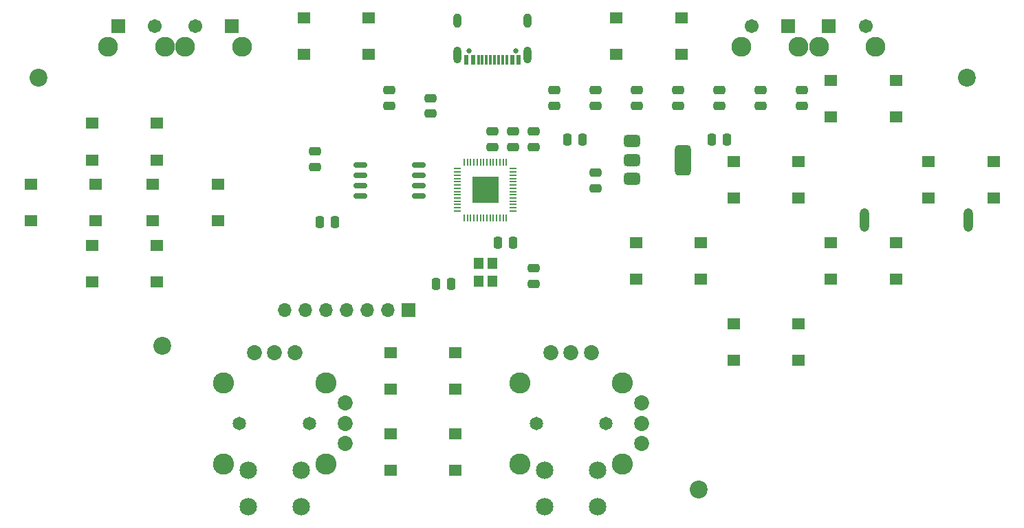
<source format=gbr>
%TF.GenerationSoftware,KiCad,Pcbnew,9.0.0-9.0.0-2~ubuntu24.04.1*%
%TF.CreationDate,2025-03-25T15:14:42+01:00*%
%TF.ProjectId,omnicontroller,6f6d6e69-636f-46e7-9472-6f6c6c65722e,rev?*%
%TF.SameCoordinates,Original*%
%TF.FileFunction,Soldermask,Top*%
%TF.FilePolarity,Negative*%
%FSLAX46Y46*%
G04 Gerber Fmt 4.6, Leading zero omitted, Abs format (unit mm)*
G04 Created by KiCad (PCBNEW 9.0.0-9.0.0-2~ubuntu24.04.1) date 2025-03-25 15:14:42*
%MOMM*%
%LPD*%
G01*
G04 APERTURE LIST*
G04 Aperture macros list*
%AMRoundRect*
0 Rectangle with rounded corners*
0 $1 Rounding radius*
0 $2 $3 $4 $5 $6 $7 $8 $9 X,Y pos of 4 corners*
0 Add a 4 corners polygon primitive as box body*
4,1,4,$2,$3,$4,$5,$6,$7,$8,$9,$2,$3,0*
0 Add four circle primitives for the rounded corners*
1,1,$1+$1,$2,$3*
1,1,$1+$1,$4,$5*
1,1,$1+$1,$6,$7*
1,1,$1+$1,$8,$9*
0 Add four rect primitives between the rounded corners*
20,1,$1+$1,$2,$3,$4,$5,0*
20,1,$1+$1,$4,$5,$6,$7,0*
20,1,$1+$1,$6,$7,$8,$9,0*
20,1,$1+$1,$8,$9,$2,$3,0*%
G04 Aperture macros list end*
%ADD10RoundRect,0.250000X0.475000X-0.250000X0.475000X0.250000X-0.475000X0.250000X-0.475000X-0.250000X0*%
%ADD11R,1.200000X1.400000*%
%ADD12R,1.600000X1.400000*%
%ADD13C,0.650000*%
%ADD14R,0.600000X1.240000*%
%ADD15R,0.300000X1.240000*%
%ADD16O,1.000000X2.100000*%
%ADD17O,1.000000X1.800000*%
%ADD18RoundRect,0.250000X-0.475000X0.250000X-0.475000X-0.250000X0.475000X-0.250000X0.475000X0.250000X0*%
%ADD19RoundRect,0.250000X-0.250000X-0.475000X0.250000X-0.475000X0.250000X0.475000X-0.250000X0.475000X0*%
%ADD20C,2.200000*%
%ADD21RoundRect,0.102000X0.754000X0.754000X-0.754000X0.754000X-0.754000X-0.754000X0.754000X-0.754000X0*%
%ADD22C,1.712000*%
%ADD23C,2.454000*%
%ADD24RoundRect,0.162500X-0.650000X-0.162500X0.650000X-0.162500X0.650000X0.162500X-0.650000X0.162500X0*%
%ADD25RoundRect,0.050000X-0.387500X-0.050000X0.387500X-0.050000X0.387500X0.050000X-0.387500X0.050000X0*%
%ADD26RoundRect,0.050000X-0.050000X-0.387500X0.050000X-0.387500X0.050000X0.387500X-0.050000X0.387500X0*%
%ADD27R,3.200000X3.200000*%
%ADD28RoundRect,0.250000X0.250000X0.475000X-0.250000X0.475000X-0.250000X-0.475000X0.250000X-0.475000X0*%
%ADD29C,1.650000*%
%ADD30C,1.854000*%
%ADD31C,2.604000*%
%ADD32C,2.154000*%
%ADD33RoundRect,0.375000X-0.625000X-0.375000X0.625000X-0.375000X0.625000X0.375000X-0.625000X0.375000X0*%
%ADD34RoundRect,0.500000X-0.500000X-1.400000X0.500000X-1.400000X0.500000X1.400000X-0.500000X1.400000X0*%
%ADD35R,1.700000X1.700000*%
%ADD36O,1.700000X1.700000*%
%ADD37RoundRect,0.102000X-0.754000X-0.754000X0.754000X-0.754000X0.754000X0.754000X-0.754000X0.754000X0*%
%ADD38O,1.200000X2.900000*%
G04 APERTURE END LIST*
D10*
%TO.C,C8*%
X149860000Y-59370000D03*
X149860000Y-57470000D03*
%TD*%
%TO.C,C6*%
X139700000Y-59370000D03*
X139700000Y-57470000D03*
%TD*%
D11*
%TO.C,Y1*%
X115140000Y-78740000D03*
X115140000Y-80940000D03*
X116840000Y-80940000D03*
X116840000Y-78740000D03*
%TD*%
D12*
%TO.C,LEFT1*%
X60000000Y-69050000D03*
X68000000Y-69050000D03*
X60000000Y-73550000D03*
X68000000Y-73550000D03*
%TD*%
D10*
%TO.C,C1*%
X129540000Y-69530000D03*
X129540000Y-67630000D03*
%TD*%
D12*
%TO.C,A1*%
X146500000Y-86250000D03*
X154500000Y-86250000D03*
X146500000Y-90750000D03*
X154500000Y-90750000D03*
%TD*%
D13*
%TO.C,J1*%
X119730000Y-52605000D03*
X113950000Y-52605000D03*
D14*
X120040000Y-53725000D03*
X119240000Y-53725000D03*
D15*
X118090000Y-53725000D03*
X117090000Y-53725000D03*
X116590000Y-53725000D03*
X115590000Y-53725000D03*
D14*
X114440000Y-53725000D03*
X113640000Y-53725000D03*
X113640000Y-53725000D03*
X114440000Y-53725000D03*
D15*
X115090000Y-53725000D03*
X116090000Y-53725000D03*
X117590000Y-53725000D03*
X118590000Y-53725000D03*
D14*
X119240000Y-53725000D03*
X120040000Y-53725000D03*
D16*
X121160000Y-53125000D03*
D17*
X121160000Y-48925000D03*
D16*
X112520000Y-53125000D03*
D17*
X112520000Y-48925000D03*
%TD*%
D18*
%TO.C,R1*%
X116840000Y-62550000D03*
X116840000Y-64450000D03*
%TD*%
D12*
%TO.C,Credit1*%
X93600000Y-48550000D03*
X101600000Y-48550000D03*
X93600000Y-53050000D03*
X101600000Y-53050000D03*
%TD*%
%TO.C,B1*%
X158500000Y-76250000D03*
X166500000Y-76250000D03*
X158500000Y-80750000D03*
X166500000Y-80750000D03*
%TD*%
%TO.C,SEL1*%
X104250000Y-89750000D03*
X112250000Y-89750000D03*
X104250000Y-94250000D03*
X112250000Y-94250000D03*
%TD*%
D19*
%TO.C,C10*%
X126050000Y-63500000D03*
X127950000Y-63500000D03*
%TD*%
D20*
%TO.C,REF\u002A\u002A*%
X175260000Y-55880000D03*
%TD*%
D12*
%TO.C,X1*%
X134500000Y-76250000D03*
X142500000Y-76250000D03*
X134500000Y-80750000D03*
X142500000Y-80750000D03*
%TD*%
D10*
%TO.C,C13*%
X109220000Y-60320000D03*
X109220000Y-58420000D03*
%TD*%
D21*
%TO.C,bR1*%
X153250000Y-49600000D03*
D22*
X148750000Y-49600000D03*
D23*
X154500000Y-52100000D03*
X147500000Y-52100000D03*
%TD*%
D24*
%TO.C,U3*%
X100552500Y-66675000D03*
X100552500Y-67945000D03*
X100552500Y-69215000D03*
X100552500Y-70485000D03*
X107727500Y-70485000D03*
X107727500Y-69215000D03*
X107727500Y-67945000D03*
X107727500Y-66675000D03*
%TD*%
D20*
%TO.C,REF\u002A\u002A*%
X60960000Y-55880000D03*
%TD*%
D12*
%TO.C,RIGHT1*%
X75000000Y-69050000D03*
X83000000Y-69050000D03*
X75000000Y-73550000D03*
X83000000Y-73550000D03*
%TD*%
D25*
%TO.C,U1*%
X112505000Y-67135000D03*
X112505000Y-67535000D03*
X112505000Y-67935000D03*
X112505000Y-68335000D03*
X112505000Y-68735000D03*
X112505000Y-69135000D03*
X112505000Y-69535000D03*
X112505000Y-69935000D03*
X112505000Y-70335000D03*
X112505000Y-70735000D03*
X112505000Y-71135000D03*
X112505000Y-71535000D03*
X112505000Y-71935000D03*
X112505000Y-72335000D03*
D26*
X113342500Y-73172500D03*
X113742500Y-73172500D03*
X114142500Y-73172500D03*
X114542500Y-73172500D03*
X114942500Y-73172500D03*
X115342500Y-73172500D03*
X115742500Y-73172500D03*
X116142500Y-73172500D03*
X116542500Y-73172500D03*
X116942500Y-73172500D03*
X117342500Y-73172500D03*
X117742500Y-73172500D03*
X118142500Y-73172500D03*
X118542500Y-73172500D03*
D25*
X119380000Y-72335000D03*
X119380000Y-71935000D03*
X119380000Y-71535000D03*
X119380000Y-71135000D03*
X119380000Y-70735000D03*
X119380000Y-70335000D03*
X119380000Y-69935000D03*
X119380000Y-69535000D03*
X119380000Y-69135000D03*
X119380000Y-68735000D03*
X119380000Y-68335000D03*
X119380000Y-67935000D03*
X119380000Y-67535000D03*
X119380000Y-67135000D03*
D26*
X118542500Y-66297500D03*
X118142500Y-66297500D03*
X117742500Y-66297500D03*
X117342500Y-66297500D03*
X116942500Y-66297500D03*
X116542500Y-66297500D03*
X116142500Y-66297500D03*
X115742500Y-66297500D03*
X115342500Y-66297500D03*
X114942500Y-66297500D03*
X114542500Y-66297500D03*
X114142500Y-66297500D03*
X113742500Y-66297500D03*
X113342500Y-66297500D03*
D27*
X115942500Y-69735000D03*
%TD*%
D10*
%TO.C,C5*%
X134620000Y-59370000D03*
X134620000Y-57470000D03*
%TD*%
%TO.C,C7*%
X144780000Y-59370000D03*
X144780000Y-57470000D03*
%TD*%
D12*
%TO.C,DOWN1*%
X67500000Y-76550000D03*
X75500000Y-76550000D03*
X67500000Y-81050000D03*
X75500000Y-81050000D03*
%TD*%
D28*
%TO.C,C14*%
X97470000Y-73660000D03*
X95570000Y-73660000D03*
%TD*%
D10*
%TO.C,C4*%
X129540000Y-59370000D03*
X129540000Y-57470000D03*
%TD*%
%TO.C,C16*%
X121920000Y-81280000D03*
X121920000Y-79380000D03*
%TD*%
D12*
%TO.C,Y2*%
X146500000Y-66250000D03*
X154500000Y-66250000D03*
X146500000Y-70750000D03*
X154500000Y-70750000D03*
%TD*%
D29*
%TO.C,RightStick1*%
X122200000Y-98500000D03*
X130800000Y-98500000D03*
D30*
X124000000Y-89770000D03*
X126500000Y-89770000D03*
X129000000Y-89770000D03*
D31*
X120175000Y-93500000D03*
X132825000Y-93500000D03*
X132825000Y-103500000D03*
X120175000Y-103500000D03*
D32*
X123250000Y-104250000D03*
X129750000Y-104250000D03*
X123250000Y-108750000D03*
X129750000Y-108750000D03*
D30*
X135230000Y-96000000D03*
X135230000Y-98500000D03*
X135230000Y-101000000D03*
%TD*%
D18*
%TO.C,R2*%
X119380000Y-62550000D03*
X119380000Y-64450000D03*
%TD*%
D10*
%TO.C,C9*%
X154940000Y-59370000D03*
X154940000Y-57470000D03*
%TD*%
%TO.C,C3*%
X124460000Y-59370000D03*
X124460000Y-57470000D03*
%TD*%
D12*
%TO.C,START1*%
X104250000Y-99750000D03*
X112250000Y-99750000D03*
X104250000Y-104250000D03*
X112250000Y-104250000D03*
%TD*%
D33*
%TO.C,U2*%
X134010000Y-63740000D03*
X134010000Y-66040000D03*
D34*
X140310000Y-66040000D03*
D33*
X134010000Y-68340000D03*
%TD*%
D28*
%TO.C,R4*%
X119380000Y-76200000D03*
X117480000Y-76200000D03*
%TD*%
D12*
%TO.C,UP1*%
X67500000Y-61550000D03*
X75500000Y-61550000D03*
X67500000Y-66050000D03*
X75500000Y-66050000D03*
%TD*%
%TO.C,Menu1*%
X132080000Y-48550000D03*
X140080000Y-48550000D03*
X132080000Y-53050000D03*
X140080000Y-53050000D03*
%TD*%
D10*
%TO.C,C12*%
X104140000Y-59370000D03*
X104140000Y-57470000D03*
%TD*%
D28*
%TO.C,C2*%
X145730000Y-63500000D03*
X143830000Y-63500000D03*
%TD*%
D29*
%TO.C,LeftStick1*%
X85700000Y-98500000D03*
X94300000Y-98500000D03*
D30*
X87500000Y-89770000D03*
X90000000Y-89770000D03*
X92500000Y-89770000D03*
D31*
X83675000Y-93500000D03*
X96325000Y-93500000D03*
X96325000Y-103500000D03*
X83675000Y-103500000D03*
D32*
X86750000Y-104250000D03*
X93250000Y-104250000D03*
X86750000Y-108750000D03*
X93250000Y-108750000D03*
D30*
X98730000Y-96000000D03*
X98730000Y-98500000D03*
X98730000Y-101000000D03*
%TD*%
D21*
%TO.C,bL1*%
X84750000Y-49600000D03*
D22*
X80250000Y-49600000D03*
D23*
X86000000Y-52100000D03*
X79000000Y-52100000D03*
%TD*%
D12*
%TO.C,bC1*%
X170500000Y-66250000D03*
X178500000Y-66250000D03*
X170500000Y-70750000D03*
X178500000Y-70750000D03*
%TD*%
D10*
%TO.C,C11*%
X121920000Y-64450000D03*
X121920000Y-62550000D03*
%TD*%
D19*
%TO.C,C15*%
X109860000Y-81280000D03*
X111760000Y-81280000D03*
%TD*%
D20*
%TO.C,REF\u002A\u002A*%
X142240000Y-106600000D03*
%TD*%
D18*
%TO.C,R3*%
X95000000Y-65000000D03*
X95000000Y-66900000D03*
%TD*%
D20*
%TO.C,REF\u002A\u002A*%
X76200000Y-88900000D03*
%TD*%
D12*
%TO.C,Z1*%
X158500000Y-56250000D03*
X166500000Y-56250000D03*
X158500000Y-60750000D03*
X166500000Y-60750000D03*
%TD*%
D35*
%TO.C,J3*%
X106500000Y-84500000D03*
D36*
X103960000Y-84500000D03*
X101420000Y-84500000D03*
X98880000Y-84500000D03*
X96340000Y-84500000D03*
X93800000Y-84500000D03*
X91260000Y-84500000D03*
%TD*%
D37*
%TO.C,bR2*%
X158250000Y-49600000D03*
D22*
X162750000Y-49600000D03*
D23*
X157000000Y-52100000D03*
X164000000Y-52100000D03*
%TD*%
D37*
%TO.C,bL2*%
X70750000Y-49600000D03*
D22*
X75250000Y-49600000D03*
D23*
X69500000Y-52100000D03*
X76500000Y-52100000D03*
%TD*%
D38*
%TO.C,J2*%
X175400000Y-73450000D03*
X162600000Y-73450000D03*
%TD*%
M02*

</source>
